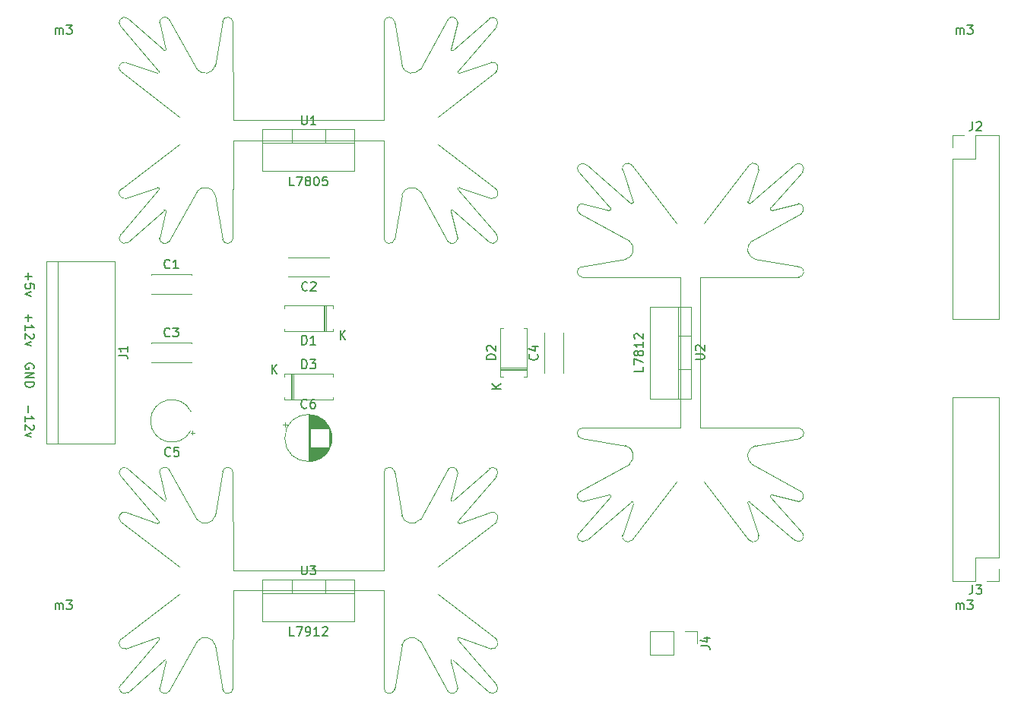
<source format=gbr>
%TF.GenerationSoftware,KiCad,Pcbnew,(5.1.10)-1*%
%TF.CreationDate,2021-10-01T01:08:29-04:00*%
%TF.ProjectId,regulator,72656775-6c61-4746-9f72-2e6b69636164,rev?*%
%TF.SameCoordinates,Original*%
%TF.FileFunction,Legend,Top*%
%TF.FilePolarity,Positive*%
%FSLAX46Y46*%
G04 Gerber Fmt 4.6, Leading zero omitted, Abs format (unit mm)*
G04 Created by KiCad (PCBNEW (5.1.10)-1) date 2021-10-01 01:08:29*
%MOMM*%
%LPD*%
G01*
G04 APERTURE LIST*
%ADD10C,0.150000*%
%ADD11C,0.120000*%
G04 APERTURE END LIST*
D10*
X109783571Y-125285714D02*
X109783571Y-126047619D01*
X109402619Y-127047619D02*
X109402619Y-126476190D01*
X109402619Y-126761904D02*
X110402619Y-126761904D01*
X110259761Y-126666666D01*
X110164523Y-126571428D01*
X110116904Y-126476190D01*
X110307380Y-127428571D02*
X110355000Y-127476190D01*
X110402619Y-127571428D01*
X110402619Y-127809523D01*
X110355000Y-127904761D01*
X110307380Y-127952380D01*
X110212142Y-128000000D01*
X110116904Y-128000000D01*
X109974047Y-127952380D01*
X109402619Y-127380952D01*
X109402619Y-128000000D01*
X110069285Y-128333333D02*
X109402619Y-128571428D01*
X110069285Y-128809523D01*
X110355000Y-121158095D02*
X110402619Y-121062857D01*
X110402619Y-120920000D01*
X110355000Y-120777142D01*
X110259761Y-120681904D01*
X110164523Y-120634285D01*
X109974047Y-120586666D01*
X109831190Y-120586666D01*
X109640714Y-120634285D01*
X109545476Y-120681904D01*
X109450238Y-120777142D01*
X109402619Y-120920000D01*
X109402619Y-121015238D01*
X109450238Y-121158095D01*
X109497857Y-121205714D01*
X109831190Y-121205714D01*
X109831190Y-121015238D01*
X109402619Y-121634285D02*
X110402619Y-121634285D01*
X109402619Y-122205714D01*
X110402619Y-122205714D01*
X109402619Y-122681904D02*
X110402619Y-122681904D01*
X110402619Y-122920000D01*
X110355000Y-123062857D01*
X110259761Y-123158095D01*
X110164523Y-123205714D01*
X109974047Y-123253333D01*
X109831190Y-123253333D01*
X109640714Y-123205714D01*
X109545476Y-123158095D01*
X109450238Y-123062857D01*
X109402619Y-122920000D01*
X109402619Y-122681904D01*
X109783571Y-115125714D02*
X109783571Y-115887619D01*
X109402619Y-115506666D02*
X110164523Y-115506666D01*
X109402619Y-116887619D02*
X109402619Y-116316190D01*
X109402619Y-116601904D02*
X110402619Y-116601904D01*
X110259761Y-116506666D01*
X110164523Y-116411428D01*
X110116904Y-116316190D01*
X110307380Y-117268571D02*
X110355000Y-117316190D01*
X110402619Y-117411428D01*
X110402619Y-117649523D01*
X110355000Y-117744761D01*
X110307380Y-117792380D01*
X110212142Y-117840000D01*
X110116904Y-117840000D01*
X109974047Y-117792380D01*
X109402619Y-117220952D01*
X109402619Y-117840000D01*
X110069285Y-118173333D02*
X109402619Y-118411428D01*
X110069285Y-118649523D01*
X109783571Y-110521904D02*
X109783571Y-111283809D01*
X109402619Y-110902857D02*
X110164523Y-110902857D01*
X110402619Y-112236190D02*
X110402619Y-111760000D01*
X109926428Y-111712380D01*
X109974047Y-111760000D01*
X110021666Y-111855238D01*
X110021666Y-112093333D01*
X109974047Y-112188571D01*
X109926428Y-112236190D01*
X109831190Y-112283809D01*
X109593095Y-112283809D01*
X109497857Y-112236190D01*
X109450238Y-112188571D01*
X109402619Y-112093333D01*
X109402619Y-111855238D01*
X109450238Y-111760000D01*
X109497857Y-111712380D01*
X110069285Y-112617142D02*
X109402619Y-112855238D01*
X110069285Y-113093333D01*
D11*
%TO.C,L7912*%
X132570000Y-145890000D02*
X140970000Y-145890000D01*
X132570000Y-143670000D02*
X140970000Y-143670000D01*
X120080000Y-138250000D02*
X126590000Y-143260000D01*
X124160000Y-138410000D02*
X120600000Y-137190000D01*
X120080000Y-133210000D02*
X124330000Y-138190000D01*
X120080000Y-156350000D02*
X124330000Y-151370000D01*
X124360000Y-156820000D02*
X125110000Y-153830000D01*
X124860000Y-153680000D02*
X120830000Y-157270000D01*
X124860000Y-135880000D02*
X120830000Y-132290000D01*
X124360000Y-132740000D02*
X125110000Y-135730000D01*
X120080000Y-151310000D02*
X126590000Y-146300000D01*
X124160000Y-151150000D02*
X120600000Y-152370000D01*
X128540000Y-137980000D02*
X125450000Y-132410000D01*
X131390000Y-132620000D02*
X130580000Y-137580000D01*
X132560000Y-132710000D02*
X132570000Y-143670000D01*
X128540000Y-151580000D02*
X125450000Y-157150000D01*
X131390000Y-156940000D02*
X130580000Y-151980000D01*
X132560000Y-156850000D02*
X132570000Y-145890000D01*
X149370000Y-143670000D02*
X140970000Y-143670000D01*
X161860000Y-138250000D02*
X155350000Y-143260000D01*
X157780000Y-138410000D02*
X161340000Y-137190000D01*
X161860000Y-133210000D02*
X157610000Y-138190000D01*
X157080000Y-135880000D02*
X161110000Y-132290000D01*
X157580000Y-132740000D02*
X156830000Y-135730000D01*
X153400000Y-137980000D02*
X156490000Y-132410000D01*
X149380000Y-132710000D02*
X149370000Y-143670000D01*
X150550000Y-132620000D02*
X151360000Y-137580000D01*
X149380000Y-156850000D02*
X149370000Y-145890000D01*
X149370000Y-145890000D02*
X140970000Y-145890000D01*
X150550000Y-156940000D02*
X151360000Y-151980000D01*
X153400000Y-151580000D02*
X156490000Y-157150000D01*
X157580000Y-156820000D02*
X156830000Y-153830000D01*
X157080000Y-153680000D02*
X161110000Y-157270000D01*
X161860000Y-156350000D02*
X157610000Y-151370000D01*
X157780000Y-151150000D02*
X161340000Y-152370000D01*
X161860000Y-151310000D02*
X155350000Y-146300000D01*
X120087990Y-138250923D02*
G75*
G02*
X120610000Y-137190000I382010J470923D01*
G01*
X124328995Y-138187156D02*
G75*
G02*
X124160000Y-138410000I-108995J-92844D01*
G01*
X120086639Y-156349810D02*
G75*
G03*
X120850000Y-157250000I393361J-440190D01*
G01*
X124362704Y-156809866D02*
G75*
G03*
X125460000Y-157140000I607296J29866D01*
G01*
X125107261Y-153853206D02*
G75*
G03*
X124860000Y-153670000I-137261J73206D01*
G01*
X120086432Y-133210005D02*
G75*
G02*
X120850000Y-132310000I393568J440005D01*
G01*
X125107354Y-135706968D02*
G75*
G02*
X124860000Y-135890000I-137354J-73032D01*
G01*
X124362746Y-132749286D02*
G75*
G02*
X125460000Y-132420000I607254J-30714D01*
G01*
X124328994Y-151372846D02*
G75*
G03*
X124160000Y-151150000I-108994J92846D01*
G01*
X120088754Y-151308458D02*
G75*
G03*
X120610000Y-152370000I381246J-471542D01*
G01*
X130591275Y-137541577D02*
G75*
G02*
X128540000Y-137970000I-1131275J291577D01*
G01*
X131391633Y-132641715D02*
G75*
G02*
X132560000Y-132740000I578367J-118285D01*
G01*
X131391505Y-156917659D02*
G75*
G03*
X132560000Y-156820000I578495J117659D01*
G01*
X130591511Y-152019338D02*
G75*
G03*
X128540000Y-151590000I-1131511J-290662D01*
G01*
X161853361Y-133210190D02*
G75*
G03*
X161090000Y-132310000I-393361J440190D01*
G01*
X157577296Y-132750134D02*
G75*
G03*
X156480000Y-132420000I-607296J-29866D01*
G01*
X161851246Y-138251542D02*
G75*
G03*
X161330000Y-137190000I-381246J471542D01*
G01*
X157611006Y-138187154D02*
G75*
G03*
X157780000Y-138410000I108994J-92846D01*
G01*
X156832739Y-135706794D02*
G75*
G03*
X157080000Y-135890000I137261J-73206D01*
G01*
X151348489Y-137540662D02*
G75*
G03*
X153400000Y-137970000I1131511J290662D01*
G01*
X150548495Y-132642341D02*
G75*
G03*
X149380000Y-132740000I-578495J-117659D01*
G01*
X157611005Y-151372844D02*
G75*
G02*
X157780000Y-151150000I108995J92844D01*
G01*
X156832646Y-153853032D02*
G75*
G02*
X157080000Y-153670000I137354J73032D01*
G01*
X161852010Y-151309077D02*
G75*
G02*
X161330000Y-152370000I-382010J-470923D01*
G01*
X161853568Y-156349995D02*
G75*
G02*
X161090000Y-157250000I-393568J-440005D01*
G01*
X157577254Y-156810714D02*
G75*
G02*
X156480000Y-157140000I-607254J30714D01*
G01*
X150548367Y-156918285D02*
G75*
G02*
X149380000Y-156820000I-578367J118285D01*
G01*
X151348725Y-152018423D02*
G75*
G02*
X153400000Y-151590000I1131275J-291577D01*
G01*
%TO.C,L7812*%
X176985000Y-140270000D02*
X181995000Y-133760000D01*
X177145000Y-136190000D02*
X175925000Y-139750000D01*
X171945000Y-140270000D02*
X176925000Y-136020000D01*
X174615000Y-135490000D02*
X171025000Y-139520000D01*
X171475000Y-135990000D02*
X174465000Y-135240000D01*
X176715000Y-131810000D02*
X171145000Y-134900000D01*
X171355000Y-128960000D02*
X176315000Y-129770000D01*
X182405000Y-127780000D02*
X182405000Y-119380000D01*
X171445000Y-127790000D02*
X182405000Y-127780000D01*
X195675000Y-128960000D02*
X190715000Y-129770000D01*
X195585000Y-127790000D02*
X184625000Y-127780000D01*
X190315000Y-131810000D02*
X195885000Y-134900000D01*
X195555000Y-135990000D02*
X192565000Y-135240000D01*
X192415000Y-135490000D02*
X196005000Y-139520000D01*
X195085000Y-140270000D02*
X190105000Y-136020000D01*
X189885000Y-136190000D02*
X191105000Y-139750000D01*
X190045000Y-140270000D02*
X185035000Y-133760000D01*
X184625000Y-127780000D02*
X184625000Y-119380000D01*
X171445000Y-110970000D02*
X182405000Y-110980000D01*
X171355000Y-109800000D02*
X176315000Y-108990000D01*
X176715000Y-106950000D02*
X171145000Y-103860000D01*
X195585000Y-110970000D02*
X184625000Y-110980000D01*
X195675000Y-109800000D02*
X190715000Y-108990000D01*
X190315000Y-106950000D02*
X195885000Y-103860000D01*
X177145000Y-102570000D02*
X175925000Y-99010000D01*
X176985000Y-98490000D02*
X181995000Y-105000000D01*
X195555000Y-102770000D02*
X192565000Y-103520000D01*
X192415000Y-103270000D02*
X196005000Y-99240000D01*
X174615000Y-103270000D02*
X171025000Y-99240000D01*
X171475000Y-102770000D02*
X174465000Y-103520000D01*
X171945000Y-98490000D02*
X176925000Y-102740000D01*
X195085000Y-98490000D02*
X190105000Y-102740000D01*
X189885000Y-102570000D02*
X191105000Y-99010000D01*
X190045000Y-98490000D02*
X185035000Y-105000000D01*
X184625000Y-110980000D02*
X184625000Y-119380000D01*
X182405000Y-110980000D02*
X182405000Y-119380000D01*
X176276577Y-129758725D02*
G75*
G02*
X176705000Y-131810000I-291577J-1131275D01*
G01*
X171376715Y-128958367D02*
G75*
G02*
X171475000Y-127790000I118285J578367D01*
G01*
X171484286Y-135987254D02*
G75*
G02*
X171155000Y-134890000I30714J607254D01*
G01*
X171945005Y-140263568D02*
G75*
G02*
X171045000Y-139500000I-440005J393568D01*
G01*
X176985923Y-140262010D02*
G75*
G02*
X175925000Y-139740000I-470923J382010D01*
G01*
X174441968Y-135242646D02*
G75*
G02*
X174625000Y-135490000I73032J-137354D01*
G01*
X176922156Y-136021005D02*
G75*
G02*
X177145000Y-136190000I92844J-108995D01*
G01*
X195652659Y-128958495D02*
G75*
G03*
X195555000Y-127790000I-117659J578495D01*
G01*
X190754338Y-129758489D02*
G75*
G03*
X190325000Y-131810000I290662J-1131511D01*
G01*
X192588206Y-135242739D02*
G75*
G03*
X192405000Y-135490000I-73206J-137261D01*
G01*
X190107846Y-136021006D02*
G75*
G03*
X189885000Y-136190000I-92846J-108994D01*
G01*
X190043458Y-140261246D02*
G75*
G03*
X191105000Y-139740000I471542J381246D01*
G01*
X195544866Y-135987296D02*
G75*
G03*
X195875000Y-134890000I-29866J607296D01*
G01*
X195084810Y-140263361D02*
G75*
G03*
X195985000Y-139500000I440190J393361D01*
G01*
X176275662Y-109001511D02*
G75*
G03*
X176705000Y-106950000I-290662J1131511D01*
G01*
X171377341Y-109801505D02*
G75*
G03*
X171475000Y-110970000I117659J-578495D01*
G01*
X195653285Y-109801633D02*
G75*
G02*
X195555000Y-110970000I-118285J-578367D01*
G01*
X190753423Y-109001275D02*
G75*
G02*
X190325000Y-106950000I291577J1131275D01*
G01*
X176986542Y-98498754D02*
G75*
G03*
X175925000Y-99020000I-471542J-381246D01*
G01*
X176922154Y-102738994D02*
G75*
G03*
X177145000Y-102570000I92846J108994D01*
G01*
X195545714Y-102772746D02*
G75*
G02*
X195875000Y-103870000I-30714J-607254D01*
G01*
X192588032Y-103517354D02*
G75*
G02*
X192405000Y-103270000I-73032J137354D01*
G01*
X195084995Y-98496432D02*
G75*
G02*
X195985000Y-99260000I440005J-393568D01*
G01*
X174441794Y-103517261D02*
G75*
G03*
X174625000Y-103270000I73206J137261D01*
G01*
X171485134Y-102772704D02*
G75*
G03*
X171155000Y-103870000I29866J-607296D01*
G01*
X171945190Y-98496639D02*
G75*
G03*
X171045000Y-99260000I-440190J-393361D01*
G01*
X190107844Y-102738995D02*
G75*
G02*
X189885000Y-102570000I-92844J108995D01*
G01*
X190044077Y-98497990D02*
G75*
G02*
X191105000Y-99020000I470923J-382010D01*
G01*
%TO.C,L7805*%
X149370000Y-93505000D02*
X140970000Y-93505000D01*
X149370000Y-95725000D02*
X140970000Y-95725000D01*
X161860000Y-101145000D02*
X155350000Y-96135000D01*
X157780000Y-100985000D02*
X161340000Y-102205000D01*
X161860000Y-106185000D02*
X157610000Y-101205000D01*
X161860000Y-83045000D02*
X157610000Y-88025000D01*
X157580000Y-82575000D02*
X156830000Y-85565000D01*
X157080000Y-85715000D02*
X161110000Y-82125000D01*
X157080000Y-103515000D02*
X161110000Y-107105000D01*
X157580000Y-106655000D02*
X156830000Y-103665000D01*
X161860000Y-88085000D02*
X155350000Y-93095000D01*
X157780000Y-88245000D02*
X161340000Y-87025000D01*
X153400000Y-101415000D02*
X156490000Y-106985000D01*
X150550000Y-106775000D02*
X151360000Y-101815000D01*
X149380000Y-106685000D02*
X149370000Y-95725000D01*
X153400000Y-87815000D02*
X156490000Y-82245000D01*
X150550000Y-82455000D02*
X151360000Y-87415000D01*
X149380000Y-82545000D02*
X149370000Y-93505000D01*
X132570000Y-95725000D02*
X140970000Y-95725000D01*
X120080000Y-101145000D02*
X126590000Y-96135000D01*
X124160000Y-100985000D02*
X120600000Y-102205000D01*
X120080000Y-106185000D02*
X124330000Y-101205000D01*
X124860000Y-103515000D02*
X120830000Y-107105000D01*
X124360000Y-106655000D02*
X125110000Y-103665000D01*
X128540000Y-101415000D02*
X125450000Y-106985000D01*
X132560000Y-106685000D02*
X132570000Y-95725000D01*
X131390000Y-106775000D02*
X130580000Y-101815000D01*
X132560000Y-82545000D02*
X132570000Y-93505000D01*
X132570000Y-93505000D02*
X140970000Y-93505000D01*
X131390000Y-82455000D02*
X130580000Y-87415000D01*
X128540000Y-87815000D02*
X125450000Y-82245000D01*
X124360000Y-82575000D02*
X125110000Y-85565000D01*
X124860000Y-85715000D02*
X120830000Y-82125000D01*
X120080000Y-83045000D02*
X124330000Y-88025000D01*
X124160000Y-88245000D02*
X120600000Y-87025000D01*
X120080000Y-88085000D02*
X126590000Y-93095000D01*
X161852010Y-101144077D02*
G75*
G02*
X161330000Y-102205000I-382010J-470923D01*
G01*
X157611005Y-101207844D02*
G75*
G02*
X157780000Y-100985000I108995J92844D01*
G01*
X161853361Y-83045190D02*
G75*
G03*
X161090000Y-82145000I-393361J440190D01*
G01*
X157577296Y-82585134D02*
G75*
G03*
X156480000Y-82255000I-607296J-29866D01*
G01*
X156832739Y-85541794D02*
G75*
G03*
X157080000Y-85725000I137261J-73206D01*
G01*
X161853568Y-106184995D02*
G75*
G02*
X161090000Y-107085000I-393568J-440005D01*
G01*
X156832646Y-103688032D02*
G75*
G02*
X157080000Y-103505000I137354J73032D01*
G01*
X157577254Y-106645714D02*
G75*
G02*
X156480000Y-106975000I-607254J30714D01*
G01*
X157611006Y-88022154D02*
G75*
G03*
X157780000Y-88245000I108994J-92846D01*
G01*
X161851246Y-88086542D02*
G75*
G03*
X161330000Y-87025000I-381246J471542D01*
G01*
X151348725Y-101853423D02*
G75*
G02*
X153400000Y-101425000I1131275J-291577D01*
G01*
X150548367Y-106753285D02*
G75*
G02*
X149380000Y-106655000I-578367J118285D01*
G01*
X150548495Y-82477341D02*
G75*
G03*
X149380000Y-82575000I-578495J-117659D01*
G01*
X151348489Y-87375662D02*
G75*
G03*
X153400000Y-87805000I1131511J290662D01*
G01*
X120086639Y-106184810D02*
G75*
G03*
X120850000Y-107085000I393361J-440190D01*
G01*
X124362704Y-106644866D02*
G75*
G03*
X125460000Y-106975000I607296J29866D01*
G01*
X120088754Y-101143458D02*
G75*
G03*
X120610000Y-102205000I381246J-471542D01*
G01*
X124328994Y-101207846D02*
G75*
G03*
X124160000Y-100985000I-108994J92846D01*
G01*
X125107261Y-103688206D02*
G75*
G03*
X124860000Y-103505000I-137261J73206D01*
G01*
X130591511Y-101854338D02*
G75*
G03*
X128540000Y-101425000I-1131511J-290662D01*
G01*
X131391505Y-106752659D02*
G75*
G03*
X132560000Y-106655000I578495J117659D01*
G01*
X124328995Y-88022156D02*
G75*
G02*
X124160000Y-88245000I-108995J-92844D01*
G01*
X125107354Y-85541968D02*
G75*
G02*
X124860000Y-85725000I-137354J-73032D01*
G01*
X120087990Y-88085923D02*
G75*
G02*
X120610000Y-87025000I382010J470923D01*
G01*
X120086432Y-83045005D02*
G75*
G02*
X120850000Y-82145000I393568J440005D01*
G01*
X124362746Y-82584286D02*
G75*
G02*
X125460000Y-82255000I607254J-30714D01*
G01*
X131391633Y-82476715D02*
G75*
G02*
X132560000Y-82575000I578367J-118285D01*
G01*
X130591275Y-87376577D02*
G75*
G02*
X128540000Y-87805000I-1131275J291577D01*
G01*
%TO.C,C1*%
X123420000Y-110690000D02*
X127960000Y-110690000D01*
X123420000Y-112830000D02*
X127960000Y-112830000D01*
X123420000Y-110690000D02*
X123420000Y-110705000D01*
X123420000Y-112815000D02*
X123420000Y-112830000D01*
X127960000Y-110690000D02*
X127960000Y-110705000D01*
X127960000Y-112815000D02*
X127960000Y-112830000D01*
%TO.C,C2*%
X138740000Y-108800000D02*
X138740000Y-108785000D01*
X138740000Y-110925000D02*
X138740000Y-110910000D01*
X143280000Y-108800000D02*
X143280000Y-108785000D01*
X143280000Y-110925000D02*
X143280000Y-110910000D01*
X143280000Y-108785000D02*
X138740000Y-108785000D01*
X143280000Y-110925000D02*
X138740000Y-110925000D01*
%TO.C,C3*%
X123420000Y-118310000D02*
X127960000Y-118310000D01*
X123420000Y-120450000D02*
X127960000Y-120450000D01*
X123420000Y-118310000D02*
X123420000Y-118325000D01*
X123420000Y-120435000D02*
X123420000Y-120450000D01*
X127960000Y-118310000D02*
X127960000Y-118325000D01*
X127960000Y-120435000D02*
X127960000Y-120450000D01*
%TO.C,C4*%
X167205000Y-121690000D02*
X167205000Y-117150000D01*
X169345000Y-121690000D02*
X169345000Y-117150000D01*
X167205000Y-121690000D02*
X167220000Y-121690000D01*
X169330000Y-121690000D02*
X169345000Y-121690000D01*
X167205000Y-117150000D02*
X167220000Y-117150000D01*
X169330000Y-117150000D02*
X169345000Y-117150000D01*
%TO.C,C5*%
X128287288Y-128335000D02*
X127837288Y-128335000D01*
X128062288Y-128560000D02*
X128062288Y-128110000D01*
X127869740Y-125940000D02*
G75*
G03*
X127869741Y-128060000I-2119740J-1060000D01*
G01*
%TO.C,C6*%
X143570000Y-128905000D02*
G75*
G03*
X143570000Y-128905000I-2620000J0D01*
G01*
X140950000Y-126325000D02*
X140950000Y-131485000D01*
X140990000Y-126325000D02*
X140990000Y-131485000D01*
X141030000Y-126326000D02*
X141030000Y-131484000D01*
X141070000Y-126327000D02*
X141070000Y-131483000D01*
X141110000Y-126329000D02*
X141110000Y-131481000D01*
X141150000Y-126332000D02*
X141150000Y-131478000D01*
X141190000Y-126336000D02*
X141190000Y-127865000D01*
X141190000Y-129945000D02*
X141190000Y-131474000D01*
X141230000Y-126340000D02*
X141230000Y-127865000D01*
X141230000Y-129945000D02*
X141230000Y-131470000D01*
X141270000Y-126344000D02*
X141270000Y-127865000D01*
X141270000Y-129945000D02*
X141270000Y-131466000D01*
X141310000Y-126349000D02*
X141310000Y-127865000D01*
X141310000Y-129945000D02*
X141310000Y-131461000D01*
X141350000Y-126355000D02*
X141350000Y-127865000D01*
X141350000Y-129945000D02*
X141350000Y-131455000D01*
X141390000Y-126362000D02*
X141390000Y-127865000D01*
X141390000Y-129945000D02*
X141390000Y-131448000D01*
X141430000Y-126369000D02*
X141430000Y-127865000D01*
X141430000Y-129945000D02*
X141430000Y-131441000D01*
X141470000Y-126377000D02*
X141470000Y-127865000D01*
X141470000Y-129945000D02*
X141470000Y-131433000D01*
X141510000Y-126385000D02*
X141510000Y-127865000D01*
X141510000Y-129945000D02*
X141510000Y-131425000D01*
X141550000Y-126394000D02*
X141550000Y-127865000D01*
X141550000Y-129945000D02*
X141550000Y-131416000D01*
X141590000Y-126404000D02*
X141590000Y-127865000D01*
X141590000Y-129945000D02*
X141590000Y-131406000D01*
X141630000Y-126414000D02*
X141630000Y-127865000D01*
X141630000Y-129945000D02*
X141630000Y-131396000D01*
X141671000Y-126425000D02*
X141671000Y-127865000D01*
X141671000Y-129945000D02*
X141671000Y-131385000D01*
X141711000Y-126437000D02*
X141711000Y-127865000D01*
X141711000Y-129945000D02*
X141711000Y-131373000D01*
X141751000Y-126450000D02*
X141751000Y-127865000D01*
X141751000Y-129945000D02*
X141751000Y-131360000D01*
X141791000Y-126463000D02*
X141791000Y-127865000D01*
X141791000Y-129945000D02*
X141791000Y-131347000D01*
X141831000Y-126477000D02*
X141831000Y-127865000D01*
X141831000Y-129945000D02*
X141831000Y-131333000D01*
X141871000Y-126491000D02*
X141871000Y-127865000D01*
X141871000Y-129945000D02*
X141871000Y-131319000D01*
X141911000Y-126507000D02*
X141911000Y-127865000D01*
X141911000Y-129945000D02*
X141911000Y-131303000D01*
X141951000Y-126523000D02*
X141951000Y-127865000D01*
X141951000Y-129945000D02*
X141951000Y-131287000D01*
X141991000Y-126540000D02*
X141991000Y-127865000D01*
X141991000Y-129945000D02*
X141991000Y-131270000D01*
X142031000Y-126557000D02*
X142031000Y-127865000D01*
X142031000Y-129945000D02*
X142031000Y-131253000D01*
X142071000Y-126576000D02*
X142071000Y-127865000D01*
X142071000Y-129945000D02*
X142071000Y-131234000D01*
X142111000Y-126595000D02*
X142111000Y-127865000D01*
X142111000Y-129945000D02*
X142111000Y-131215000D01*
X142151000Y-126615000D02*
X142151000Y-127865000D01*
X142151000Y-129945000D02*
X142151000Y-131195000D01*
X142191000Y-126637000D02*
X142191000Y-127865000D01*
X142191000Y-129945000D02*
X142191000Y-131173000D01*
X142231000Y-126658000D02*
X142231000Y-127865000D01*
X142231000Y-129945000D02*
X142231000Y-131152000D01*
X142271000Y-126681000D02*
X142271000Y-127865000D01*
X142271000Y-129945000D02*
X142271000Y-131129000D01*
X142311000Y-126705000D02*
X142311000Y-127865000D01*
X142311000Y-129945000D02*
X142311000Y-131105000D01*
X142351000Y-126730000D02*
X142351000Y-127865000D01*
X142351000Y-129945000D02*
X142351000Y-131080000D01*
X142391000Y-126756000D02*
X142391000Y-127865000D01*
X142391000Y-129945000D02*
X142391000Y-131054000D01*
X142431000Y-126783000D02*
X142431000Y-127865000D01*
X142431000Y-129945000D02*
X142431000Y-131027000D01*
X142471000Y-126810000D02*
X142471000Y-127865000D01*
X142471000Y-129945000D02*
X142471000Y-131000000D01*
X142511000Y-126840000D02*
X142511000Y-127865000D01*
X142511000Y-129945000D02*
X142511000Y-130970000D01*
X142551000Y-126870000D02*
X142551000Y-127865000D01*
X142551000Y-129945000D02*
X142551000Y-130940000D01*
X142591000Y-126901000D02*
X142591000Y-127865000D01*
X142591000Y-129945000D02*
X142591000Y-130909000D01*
X142631000Y-126934000D02*
X142631000Y-127865000D01*
X142631000Y-129945000D02*
X142631000Y-130876000D01*
X142671000Y-126968000D02*
X142671000Y-127865000D01*
X142671000Y-129945000D02*
X142671000Y-130842000D01*
X142711000Y-127004000D02*
X142711000Y-127865000D01*
X142711000Y-129945000D02*
X142711000Y-130806000D01*
X142751000Y-127041000D02*
X142751000Y-127865000D01*
X142751000Y-129945000D02*
X142751000Y-130769000D01*
X142791000Y-127079000D02*
X142791000Y-127865000D01*
X142791000Y-129945000D02*
X142791000Y-130731000D01*
X142831000Y-127120000D02*
X142831000Y-127865000D01*
X142831000Y-129945000D02*
X142831000Y-130690000D01*
X142871000Y-127162000D02*
X142871000Y-127865000D01*
X142871000Y-129945000D02*
X142871000Y-130648000D01*
X142911000Y-127206000D02*
X142911000Y-127865000D01*
X142911000Y-129945000D02*
X142911000Y-130604000D01*
X142951000Y-127252000D02*
X142951000Y-127865000D01*
X142951000Y-129945000D02*
X142951000Y-130558000D01*
X142991000Y-127300000D02*
X142991000Y-127865000D01*
X142991000Y-129945000D02*
X142991000Y-130510000D01*
X143031000Y-127351000D02*
X143031000Y-127865000D01*
X143031000Y-129945000D02*
X143031000Y-130459000D01*
X143071000Y-127405000D02*
X143071000Y-127865000D01*
X143071000Y-129945000D02*
X143071000Y-130405000D01*
X143111000Y-127462000D02*
X143111000Y-127865000D01*
X143111000Y-129945000D02*
X143111000Y-130348000D01*
X143151000Y-127522000D02*
X143151000Y-127865000D01*
X143151000Y-129945000D02*
X143151000Y-130288000D01*
X143191000Y-127586000D02*
X143191000Y-127865000D01*
X143191000Y-129945000D02*
X143191000Y-130224000D01*
X143231000Y-127654000D02*
X143231000Y-127865000D01*
X143231000Y-129945000D02*
X143231000Y-130156000D01*
X143271000Y-127727000D02*
X143271000Y-130083000D01*
X143311000Y-127807000D02*
X143311000Y-130003000D01*
X143351000Y-127894000D02*
X143351000Y-129916000D01*
X143391000Y-127990000D02*
X143391000Y-129820000D01*
X143431000Y-128100000D02*
X143431000Y-129710000D01*
X143471000Y-128228000D02*
X143471000Y-129582000D01*
X143511000Y-128387000D02*
X143511000Y-129423000D01*
X143551000Y-128621000D02*
X143551000Y-129189000D01*
X138145225Y-127430000D02*
X138645225Y-127430000D01*
X138395225Y-127180000D02*
X138395225Y-127680000D01*
%TO.C,D1*%
X143690000Y-116710000D02*
X143690000Y-117040000D01*
X143690000Y-117040000D02*
X138250000Y-117040000D01*
X138250000Y-117040000D02*
X138250000Y-116710000D01*
X143690000Y-114430000D02*
X143690000Y-114100000D01*
X143690000Y-114100000D02*
X138250000Y-114100000D01*
X138250000Y-114100000D02*
X138250000Y-114430000D01*
X142790000Y-117040000D02*
X142790000Y-114100000D01*
X142670000Y-117040000D02*
X142670000Y-114100000D01*
X142910000Y-117040000D02*
X142910000Y-114100000D01*
%TO.C,D2*%
X162690000Y-122100000D02*
X162360000Y-122100000D01*
X162360000Y-122100000D02*
X162360000Y-116660000D01*
X162360000Y-116660000D02*
X162690000Y-116660000D01*
X164970000Y-122100000D02*
X165300000Y-122100000D01*
X165300000Y-122100000D02*
X165300000Y-116660000D01*
X165300000Y-116660000D02*
X164970000Y-116660000D01*
X162360000Y-121200000D02*
X165300000Y-121200000D01*
X162360000Y-121080000D02*
X165300000Y-121080000D01*
X162360000Y-121320000D02*
X165300000Y-121320000D01*
%TO.C,D3*%
X139030000Y-121720000D02*
X139030000Y-124660000D01*
X139270000Y-121720000D02*
X139270000Y-124660000D01*
X139150000Y-121720000D02*
X139150000Y-124660000D01*
X143690000Y-124660000D02*
X143690000Y-124330000D01*
X138250000Y-124660000D02*
X143690000Y-124660000D01*
X138250000Y-124330000D02*
X138250000Y-124660000D01*
X143690000Y-121720000D02*
X143690000Y-122050000D01*
X138250000Y-121720000D02*
X143690000Y-121720000D01*
X138250000Y-122050000D02*
X138250000Y-121720000D01*
%TO.C,J1*%
X119380000Y-109220000D02*
X111760000Y-109220000D01*
X111760000Y-129540000D02*
X119380000Y-129540000D01*
X113030000Y-129540000D02*
X113030000Y-109220000D01*
X119380000Y-109220000D02*
X119380000Y-129540000D01*
X111760000Y-109220000D02*
X111760000Y-129540000D01*
%TO.C,U1*%
X135850000Y-94520000D02*
X146090000Y-94520000D01*
X135850000Y-99161000D02*
X146090000Y-99161000D01*
X135850000Y-94520000D02*
X135850000Y-99161000D01*
X146090000Y-94520000D02*
X146090000Y-99161000D01*
X135850000Y-96030000D02*
X146090000Y-96030000D01*
X139120000Y-94520000D02*
X139120000Y-96030000D01*
X142821000Y-94520000D02*
X142821000Y-96030000D01*
%TO.C,U2*%
X183610000Y-114260000D02*
X183610000Y-124500000D01*
X178969000Y-114260000D02*
X178969000Y-124500000D01*
X183610000Y-114260000D02*
X178969000Y-114260000D01*
X183610000Y-124500000D02*
X178969000Y-124500000D01*
X182100000Y-114260000D02*
X182100000Y-124500000D01*
X183610000Y-117530000D02*
X182100000Y-117530000D01*
X183610000Y-121231000D02*
X182100000Y-121231000D01*
%TO.C,U3*%
X142821000Y-144685000D02*
X142821000Y-146195000D01*
X139120000Y-144685000D02*
X139120000Y-146195000D01*
X135850000Y-146195000D02*
X146090000Y-146195000D01*
X146090000Y-144685000D02*
X146090000Y-149326000D01*
X135850000Y-144685000D02*
X135850000Y-149326000D01*
X135850000Y-149326000D02*
X146090000Y-149326000D01*
X135850000Y-144685000D02*
X146090000Y-144685000D01*
%TO.C,J2*%
X212665000Y-115630000D02*
X217865000Y-115630000D01*
X212665000Y-97790000D02*
X212665000Y-115630000D01*
X217865000Y-95190000D02*
X217865000Y-115630000D01*
X212665000Y-97790000D02*
X215265000Y-97790000D01*
X215265000Y-97790000D02*
X215265000Y-95190000D01*
X215265000Y-95190000D02*
X217865000Y-95190000D01*
X212665000Y-96520000D02*
X212665000Y-95190000D01*
X212665000Y-95190000D02*
X213995000Y-95190000D01*
%TO.C,J3*%
X217865000Y-144840000D02*
X216535000Y-144840000D01*
X217865000Y-143510000D02*
X217865000Y-144840000D01*
X215265000Y-144840000D02*
X212665000Y-144840000D01*
X215265000Y-142240000D02*
X215265000Y-144840000D01*
X217865000Y-142240000D02*
X215265000Y-142240000D01*
X212665000Y-144840000D02*
X212665000Y-124400000D01*
X217865000Y-142240000D02*
X217865000Y-124400000D01*
X217865000Y-124400000D02*
X212665000Y-124400000D01*
%TO.C,J4*%
X184210000Y-150435000D02*
X184210000Y-151765000D01*
X182880000Y-150435000D02*
X184210000Y-150435000D01*
X181610000Y-150435000D02*
X181610000Y-153095000D01*
X181610000Y-153095000D02*
X179010000Y-153095000D01*
X181610000Y-150435000D02*
X179010000Y-150435000D01*
X179010000Y-150435000D02*
X179010000Y-153095000D01*
%TO.C,m3*%
D10*
X213090238Y-148017380D02*
X213090238Y-147350714D01*
X213090238Y-147445952D02*
X213137857Y-147398333D01*
X213233095Y-147350714D01*
X213375952Y-147350714D01*
X213471190Y-147398333D01*
X213518809Y-147493571D01*
X213518809Y-148017380D01*
X213518809Y-147493571D02*
X213566428Y-147398333D01*
X213661666Y-147350714D01*
X213804523Y-147350714D01*
X213899761Y-147398333D01*
X213947380Y-147493571D01*
X213947380Y-148017380D01*
X214328333Y-147017380D02*
X214947380Y-147017380D01*
X214614047Y-147398333D01*
X214756904Y-147398333D01*
X214852142Y-147445952D01*
X214899761Y-147493571D01*
X214947380Y-147588809D01*
X214947380Y-147826904D01*
X214899761Y-147922142D01*
X214852142Y-147969761D01*
X214756904Y-148017380D01*
X214471190Y-148017380D01*
X214375952Y-147969761D01*
X214328333Y-147922142D01*
X112760238Y-148017380D02*
X112760238Y-147350714D01*
X112760238Y-147445952D02*
X112807857Y-147398333D01*
X112903095Y-147350714D01*
X113045952Y-147350714D01*
X113141190Y-147398333D01*
X113188809Y-147493571D01*
X113188809Y-148017380D01*
X113188809Y-147493571D02*
X113236428Y-147398333D01*
X113331666Y-147350714D01*
X113474523Y-147350714D01*
X113569761Y-147398333D01*
X113617380Y-147493571D01*
X113617380Y-148017380D01*
X113998333Y-147017380D02*
X114617380Y-147017380D01*
X114284047Y-147398333D01*
X114426904Y-147398333D01*
X114522142Y-147445952D01*
X114569761Y-147493571D01*
X114617380Y-147588809D01*
X114617380Y-147826904D01*
X114569761Y-147922142D01*
X114522142Y-147969761D01*
X114426904Y-148017380D01*
X114141190Y-148017380D01*
X114045952Y-147969761D01*
X113998333Y-147922142D01*
X112760238Y-83882380D02*
X112760238Y-83215714D01*
X112760238Y-83310952D02*
X112807857Y-83263333D01*
X112903095Y-83215714D01*
X113045952Y-83215714D01*
X113141190Y-83263333D01*
X113188809Y-83358571D01*
X113188809Y-83882380D01*
X113188809Y-83358571D02*
X113236428Y-83263333D01*
X113331666Y-83215714D01*
X113474523Y-83215714D01*
X113569761Y-83263333D01*
X113617380Y-83358571D01*
X113617380Y-83882380D01*
X113998333Y-82882380D02*
X114617380Y-82882380D01*
X114284047Y-83263333D01*
X114426904Y-83263333D01*
X114522142Y-83310952D01*
X114569761Y-83358571D01*
X114617380Y-83453809D01*
X114617380Y-83691904D01*
X114569761Y-83787142D01*
X114522142Y-83834761D01*
X114426904Y-83882380D01*
X114141190Y-83882380D01*
X114045952Y-83834761D01*
X113998333Y-83787142D01*
X213090238Y-83882380D02*
X213090238Y-83215714D01*
X213090238Y-83310952D02*
X213137857Y-83263333D01*
X213233095Y-83215714D01*
X213375952Y-83215714D01*
X213471190Y-83263333D01*
X213518809Y-83358571D01*
X213518809Y-83882380D01*
X213518809Y-83358571D02*
X213566428Y-83263333D01*
X213661666Y-83215714D01*
X213804523Y-83215714D01*
X213899761Y-83263333D01*
X213947380Y-83358571D01*
X213947380Y-83882380D01*
X214328333Y-82882380D02*
X214947380Y-82882380D01*
X214614047Y-83263333D01*
X214756904Y-83263333D01*
X214852142Y-83310952D01*
X214899761Y-83358571D01*
X214947380Y-83453809D01*
X214947380Y-83691904D01*
X214899761Y-83787142D01*
X214852142Y-83834761D01*
X214756904Y-83882380D01*
X214471190Y-83882380D01*
X214375952Y-83834761D01*
X214328333Y-83787142D01*
%TO.C,L7912*%
X139374761Y-150947380D02*
X138898571Y-150947380D01*
X138898571Y-149947380D01*
X139612857Y-149947380D02*
X140279523Y-149947380D01*
X139850952Y-150947380D01*
X140708095Y-150947380D02*
X140898571Y-150947380D01*
X140993809Y-150899761D01*
X141041428Y-150852142D01*
X141136666Y-150709285D01*
X141184285Y-150518809D01*
X141184285Y-150137857D01*
X141136666Y-150042619D01*
X141089047Y-149995000D01*
X140993809Y-149947380D01*
X140803333Y-149947380D01*
X140708095Y-149995000D01*
X140660476Y-150042619D01*
X140612857Y-150137857D01*
X140612857Y-150375952D01*
X140660476Y-150471190D01*
X140708095Y-150518809D01*
X140803333Y-150566428D01*
X140993809Y-150566428D01*
X141089047Y-150518809D01*
X141136666Y-150471190D01*
X141184285Y-150375952D01*
X142136666Y-150947380D02*
X141565238Y-150947380D01*
X141850952Y-150947380D02*
X141850952Y-149947380D01*
X141755714Y-150090238D01*
X141660476Y-150185476D01*
X141565238Y-150233095D01*
X142517619Y-150042619D02*
X142565238Y-149995000D01*
X142660476Y-149947380D01*
X142898571Y-149947380D01*
X142993809Y-149995000D01*
X143041428Y-150042619D01*
X143089047Y-150137857D01*
X143089047Y-150233095D01*
X143041428Y-150375952D01*
X142470000Y-150947380D01*
X143089047Y-150947380D01*
%TO.C,L7812*%
X178252380Y-120975238D02*
X178252380Y-121451428D01*
X177252380Y-121451428D01*
X177252380Y-120737142D02*
X177252380Y-120070476D01*
X178252380Y-120499047D01*
X177680952Y-119546666D02*
X177633333Y-119641904D01*
X177585714Y-119689523D01*
X177490476Y-119737142D01*
X177442857Y-119737142D01*
X177347619Y-119689523D01*
X177300000Y-119641904D01*
X177252380Y-119546666D01*
X177252380Y-119356190D01*
X177300000Y-119260952D01*
X177347619Y-119213333D01*
X177442857Y-119165714D01*
X177490476Y-119165714D01*
X177585714Y-119213333D01*
X177633333Y-119260952D01*
X177680952Y-119356190D01*
X177680952Y-119546666D01*
X177728571Y-119641904D01*
X177776190Y-119689523D01*
X177871428Y-119737142D01*
X178061904Y-119737142D01*
X178157142Y-119689523D01*
X178204761Y-119641904D01*
X178252380Y-119546666D01*
X178252380Y-119356190D01*
X178204761Y-119260952D01*
X178157142Y-119213333D01*
X178061904Y-119165714D01*
X177871428Y-119165714D01*
X177776190Y-119213333D01*
X177728571Y-119260952D01*
X177680952Y-119356190D01*
X178252380Y-118213333D02*
X178252380Y-118784761D01*
X178252380Y-118499047D02*
X177252380Y-118499047D01*
X177395238Y-118594285D01*
X177490476Y-118689523D01*
X177538095Y-118784761D01*
X177347619Y-117832380D02*
X177300000Y-117784761D01*
X177252380Y-117689523D01*
X177252380Y-117451428D01*
X177300000Y-117356190D01*
X177347619Y-117308571D01*
X177442857Y-117260952D01*
X177538095Y-117260952D01*
X177680952Y-117308571D01*
X178252380Y-117880000D01*
X178252380Y-117260952D01*
%TO.C,L7805*%
X139374761Y-100782380D02*
X138898571Y-100782380D01*
X138898571Y-99782380D01*
X139612857Y-99782380D02*
X140279523Y-99782380D01*
X139850952Y-100782380D01*
X140803333Y-100210952D02*
X140708095Y-100163333D01*
X140660476Y-100115714D01*
X140612857Y-100020476D01*
X140612857Y-99972857D01*
X140660476Y-99877619D01*
X140708095Y-99830000D01*
X140803333Y-99782380D01*
X140993809Y-99782380D01*
X141089047Y-99830000D01*
X141136666Y-99877619D01*
X141184285Y-99972857D01*
X141184285Y-100020476D01*
X141136666Y-100115714D01*
X141089047Y-100163333D01*
X140993809Y-100210952D01*
X140803333Y-100210952D01*
X140708095Y-100258571D01*
X140660476Y-100306190D01*
X140612857Y-100401428D01*
X140612857Y-100591904D01*
X140660476Y-100687142D01*
X140708095Y-100734761D01*
X140803333Y-100782380D01*
X140993809Y-100782380D01*
X141089047Y-100734761D01*
X141136666Y-100687142D01*
X141184285Y-100591904D01*
X141184285Y-100401428D01*
X141136666Y-100306190D01*
X141089047Y-100258571D01*
X140993809Y-100210952D01*
X141803333Y-99782380D02*
X141898571Y-99782380D01*
X141993809Y-99830000D01*
X142041428Y-99877619D01*
X142089047Y-99972857D01*
X142136666Y-100163333D01*
X142136666Y-100401428D01*
X142089047Y-100591904D01*
X142041428Y-100687142D01*
X141993809Y-100734761D01*
X141898571Y-100782380D01*
X141803333Y-100782380D01*
X141708095Y-100734761D01*
X141660476Y-100687142D01*
X141612857Y-100591904D01*
X141565238Y-100401428D01*
X141565238Y-100163333D01*
X141612857Y-99972857D01*
X141660476Y-99877619D01*
X141708095Y-99830000D01*
X141803333Y-99782380D01*
X143041428Y-99782380D02*
X142565238Y-99782380D01*
X142517619Y-100258571D01*
X142565238Y-100210952D01*
X142660476Y-100163333D01*
X142898571Y-100163333D01*
X142993809Y-100210952D01*
X143041428Y-100258571D01*
X143089047Y-100353809D01*
X143089047Y-100591904D01*
X143041428Y-100687142D01*
X142993809Y-100734761D01*
X142898571Y-100782380D01*
X142660476Y-100782380D01*
X142565238Y-100734761D01*
X142517619Y-100687142D01*
%TO.C,C1*%
X125523333Y-109917142D02*
X125475714Y-109964761D01*
X125332857Y-110012380D01*
X125237619Y-110012380D01*
X125094761Y-109964761D01*
X124999523Y-109869523D01*
X124951904Y-109774285D01*
X124904285Y-109583809D01*
X124904285Y-109440952D01*
X124951904Y-109250476D01*
X124999523Y-109155238D01*
X125094761Y-109060000D01*
X125237619Y-109012380D01*
X125332857Y-109012380D01*
X125475714Y-109060000D01*
X125523333Y-109107619D01*
X126475714Y-110012380D02*
X125904285Y-110012380D01*
X126190000Y-110012380D02*
X126190000Y-109012380D01*
X126094761Y-109155238D01*
X125999523Y-109250476D01*
X125904285Y-109298095D01*
%TO.C,C2*%
X140843333Y-112412142D02*
X140795714Y-112459761D01*
X140652857Y-112507380D01*
X140557619Y-112507380D01*
X140414761Y-112459761D01*
X140319523Y-112364523D01*
X140271904Y-112269285D01*
X140224285Y-112078809D01*
X140224285Y-111935952D01*
X140271904Y-111745476D01*
X140319523Y-111650238D01*
X140414761Y-111555000D01*
X140557619Y-111507380D01*
X140652857Y-111507380D01*
X140795714Y-111555000D01*
X140843333Y-111602619D01*
X141224285Y-111602619D02*
X141271904Y-111555000D01*
X141367142Y-111507380D01*
X141605238Y-111507380D01*
X141700476Y-111555000D01*
X141748095Y-111602619D01*
X141795714Y-111697857D01*
X141795714Y-111793095D01*
X141748095Y-111935952D01*
X141176666Y-112507380D01*
X141795714Y-112507380D01*
%TO.C,C3*%
X125523333Y-117537142D02*
X125475714Y-117584761D01*
X125332857Y-117632380D01*
X125237619Y-117632380D01*
X125094761Y-117584761D01*
X124999523Y-117489523D01*
X124951904Y-117394285D01*
X124904285Y-117203809D01*
X124904285Y-117060952D01*
X124951904Y-116870476D01*
X124999523Y-116775238D01*
X125094761Y-116680000D01*
X125237619Y-116632380D01*
X125332857Y-116632380D01*
X125475714Y-116680000D01*
X125523333Y-116727619D01*
X125856666Y-116632380D02*
X126475714Y-116632380D01*
X126142380Y-117013333D01*
X126285238Y-117013333D01*
X126380476Y-117060952D01*
X126428095Y-117108571D01*
X126475714Y-117203809D01*
X126475714Y-117441904D01*
X126428095Y-117537142D01*
X126380476Y-117584761D01*
X126285238Y-117632380D01*
X125999523Y-117632380D01*
X125904285Y-117584761D01*
X125856666Y-117537142D01*
%TO.C,C4*%
X166432142Y-119586666D02*
X166479761Y-119634285D01*
X166527380Y-119777142D01*
X166527380Y-119872380D01*
X166479761Y-120015238D01*
X166384523Y-120110476D01*
X166289285Y-120158095D01*
X166098809Y-120205714D01*
X165955952Y-120205714D01*
X165765476Y-120158095D01*
X165670238Y-120110476D01*
X165575000Y-120015238D01*
X165527380Y-119872380D01*
X165527380Y-119777142D01*
X165575000Y-119634285D01*
X165622619Y-119586666D01*
X165860714Y-118729523D02*
X166527380Y-118729523D01*
X165479761Y-118967619D02*
X166194047Y-119205714D01*
X166194047Y-118586666D01*
%TO.C,C5*%
X125583333Y-130857142D02*
X125535714Y-130904761D01*
X125392857Y-130952380D01*
X125297619Y-130952380D01*
X125154761Y-130904761D01*
X125059523Y-130809523D01*
X125011904Y-130714285D01*
X124964285Y-130523809D01*
X124964285Y-130380952D01*
X125011904Y-130190476D01*
X125059523Y-130095238D01*
X125154761Y-130000000D01*
X125297619Y-129952380D01*
X125392857Y-129952380D01*
X125535714Y-130000000D01*
X125583333Y-130047619D01*
X126488095Y-129952380D02*
X126011904Y-129952380D01*
X125964285Y-130428571D01*
X126011904Y-130380952D01*
X126107142Y-130333333D01*
X126345238Y-130333333D01*
X126440476Y-130380952D01*
X126488095Y-130428571D01*
X126535714Y-130523809D01*
X126535714Y-130761904D01*
X126488095Y-130857142D01*
X126440476Y-130904761D01*
X126345238Y-130952380D01*
X126107142Y-130952380D01*
X126011904Y-130904761D01*
X125964285Y-130857142D01*
%TO.C,C6*%
X140783333Y-125512142D02*
X140735714Y-125559761D01*
X140592857Y-125607380D01*
X140497619Y-125607380D01*
X140354761Y-125559761D01*
X140259523Y-125464523D01*
X140211904Y-125369285D01*
X140164285Y-125178809D01*
X140164285Y-125035952D01*
X140211904Y-124845476D01*
X140259523Y-124750238D01*
X140354761Y-124655000D01*
X140497619Y-124607380D01*
X140592857Y-124607380D01*
X140735714Y-124655000D01*
X140783333Y-124702619D01*
X141640476Y-124607380D02*
X141450000Y-124607380D01*
X141354761Y-124655000D01*
X141307142Y-124702619D01*
X141211904Y-124845476D01*
X141164285Y-125035952D01*
X141164285Y-125416904D01*
X141211904Y-125512142D01*
X141259523Y-125559761D01*
X141354761Y-125607380D01*
X141545238Y-125607380D01*
X141640476Y-125559761D01*
X141688095Y-125512142D01*
X141735714Y-125416904D01*
X141735714Y-125178809D01*
X141688095Y-125083571D01*
X141640476Y-125035952D01*
X141545238Y-124988333D01*
X141354761Y-124988333D01*
X141259523Y-125035952D01*
X141211904Y-125083571D01*
X141164285Y-125178809D01*
%TO.C,D1*%
X140231904Y-118492380D02*
X140231904Y-117492380D01*
X140470000Y-117492380D01*
X140612857Y-117540000D01*
X140708095Y-117635238D01*
X140755714Y-117730476D01*
X140803333Y-117920952D01*
X140803333Y-118063809D01*
X140755714Y-118254285D01*
X140708095Y-118349523D01*
X140612857Y-118444761D01*
X140470000Y-118492380D01*
X140231904Y-118492380D01*
X141755714Y-118492380D02*
X141184285Y-118492380D01*
X141470000Y-118492380D02*
X141470000Y-117492380D01*
X141374761Y-117635238D01*
X141279523Y-117730476D01*
X141184285Y-117778095D01*
X144518095Y-117922380D02*
X144518095Y-116922380D01*
X145089523Y-117922380D02*
X144660952Y-117350952D01*
X145089523Y-116922380D02*
X144518095Y-117493809D01*
%TO.C,D2*%
X161812380Y-120118095D02*
X160812380Y-120118095D01*
X160812380Y-119880000D01*
X160860000Y-119737142D01*
X160955238Y-119641904D01*
X161050476Y-119594285D01*
X161240952Y-119546666D01*
X161383809Y-119546666D01*
X161574285Y-119594285D01*
X161669523Y-119641904D01*
X161764761Y-119737142D01*
X161812380Y-119880000D01*
X161812380Y-120118095D01*
X160907619Y-119165714D02*
X160860000Y-119118095D01*
X160812380Y-119022857D01*
X160812380Y-118784761D01*
X160860000Y-118689523D01*
X160907619Y-118641904D01*
X161002857Y-118594285D01*
X161098095Y-118594285D01*
X161240952Y-118641904D01*
X161812380Y-119213333D01*
X161812380Y-118594285D01*
X162382380Y-123451904D02*
X161382380Y-123451904D01*
X162382380Y-122880476D02*
X161810952Y-123309047D01*
X161382380Y-122880476D02*
X161953809Y-123451904D01*
%TO.C,D3*%
X140231904Y-121172380D02*
X140231904Y-120172380D01*
X140470000Y-120172380D01*
X140612857Y-120220000D01*
X140708095Y-120315238D01*
X140755714Y-120410476D01*
X140803333Y-120600952D01*
X140803333Y-120743809D01*
X140755714Y-120934285D01*
X140708095Y-121029523D01*
X140612857Y-121124761D01*
X140470000Y-121172380D01*
X140231904Y-121172380D01*
X141136666Y-120172380D02*
X141755714Y-120172380D01*
X141422380Y-120553333D01*
X141565238Y-120553333D01*
X141660476Y-120600952D01*
X141708095Y-120648571D01*
X141755714Y-120743809D01*
X141755714Y-120981904D01*
X141708095Y-121077142D01*
X141660476Y-121124761D01*
X141565238Y-121172380D01*
X141279523Y-121172380D01*
X141184285Y-121124761D01*
X141136666Y-121077142D01*
X136898095Y-121742380D02*
X136898095Y-120742380D01*
X137469523Y-121742380D02*
X137040952Y-121170952D01*
X137469523Y-120742380D02*
X136898095Y-121313809D01*
%TO.C,J1*%
X119822380Y-119693333D02*
X120536666Y-119693333D01*
X120679523Y-119740952D01*
X120774761Y-119836190D01*
X120822380Y-119979047D01*
X120822380Y-120074285D01*
X120822380Y-118693333D02*
X120822380Y-119264761D01*
X120822380Y-118979047D02*
X119822380Y-118979047D01*
X119965238Y-119074285D01*
X120060476Y-119169523D01*
X120108095Y-119264761D01*
%TO.C,U1*%
X140208095Y-92972380D02*
X140208095Y-93781904D01*
X140255714Y-93877142D01*
X140303333Y-93924761D01*
X140398571Y-93972380D01*
X140589047Y-93972380D01*
X140684285Y-93924761D01*
X140731904Y-93877142D01*
X140779523Y-93781904D01*
X140779523Y-92972380D01*
X141779523Y-93972380D02*
X141208095Y-93972380D01*
X141493809Y-93972380D02*
X141493809Y-92972380D01*
X141398571Y-93115238D01*
X141303333Y-93210476D01*
X141208095Y-93258095D01*
%TO.C,U2*%
X184062380Y-120141904D02*
X184871904Y-120141904D01*
X184967142Y-120094285D01*
X185014761Y-120046666D01*
X185062380Y-119951428D01*
X185062380Y-119760952D01*
X185014761Y-119665714D01*
X184967142Y-119618095D01*
X184871904Y-119570476D01*
X184062380Y-119570476D01*
X184157619Y-119141904D02*
X184110000Y-119094285D01*
X184062380Y-118999047D01*
X184062380Y-118760952D01*
X184110000Y-118665714D01*
X184157619Y-118618095D01*
X184252857Y-118570476D01*
X184348095Y-118570476D01*
X184490952Y-118618095D01*
X185062380Y-119189523D01*
X185062380Y-118570476D01*
%TO.C,U3*%
X140208095Y-143137380D02*
X140208095Y-143946904D01*
X140255714Y-144042142D01*
X140303333Y-144089761D01*
X140398571Y-144137380D01*
X140589047Y-144137380D01*
X140684285Y-144089761D01*
X140731904Y-144042142D01*
X140779523Y-143946904D01*
X140779523Y-143137380D01*
X141160476Y-143137380D02*
X141779523Y-143137380D01*
X141446190Y-143518333D01*
X141589047Y-143518333D01*
X141684285Y-143565952D01*
X141731904Y-143613571D01*
X141779523Y-143708809D01*
X141779523Y-143946904D01*
X141731904Y-144042142D01*
X141684285Y-144089761D01*
X141589047Y-144137380D01*
X141303333Y-144137380D01*
X141208095Y-144089761D01*
X141160476Y-144042142D01*
%TO.C,J2*%
X214931666Y-93642380D02*
X214931666Y-94356666D01*
X214884047Y-94499523D01*
X214788809Y-94594761D01*
X214645952Y-94642380D01*
X214550714Y-94642380D01*
X215360238Y-93737619D02*
X215407857Y-93690000D01*
X215503095Y-93642380D01*
X215741190Y-93642380D01*
X215836428Y-93690000D01*
X215884047Y-93737619D01*
X215931666Y-93832857D01*
X215931666Y-93928095D01*
X215884047Y-94070952D01*
X215312619Y-94642380D01*
X215931666Y-94642380D01*
%TO.C,J3*%
X214931666Y-145292380D02*
X214931666Y-146006666D01*
X214884047Y-146149523D01*
X214788809Y-146244761D01*
X214645952Y-146292380D01*
X214550714Y-146292380D01*
X215312619Y-145292380D02*
X215931666Y-145292380D01*
X215598333Y-145673333D01*
X215741190Y-145673333D01*
X215836428Y-145720952D01*
X215884047Y-145768571D01*
X215931666Y-145863809D01*
X215931666Y-146101904D01*
X215884047Y-146197142D01*
X215836428Y-146244761D01*
X215741190Y-146292380D01*
X215455476Y-146292380D01*
X215360238Y-146244761D01*
X215312619Y-146197142D01*
%TO.C,J4*%
X184662380Y-152098333D02*
X185376666Y-152098333D01*
X185519523Y-152145952D01*
X185614761Y-152241190D01*
X185662380Y-152384047D01*
X185662380Y-152479285D01*
X184995714Y-151193571D02*
X185662380Y-151193571D01*
X184614761Y-151431666D02*
X185329047Y-151669761D01*
X185329047Y-151050714D01*
%TD*%
M02*

</source>
